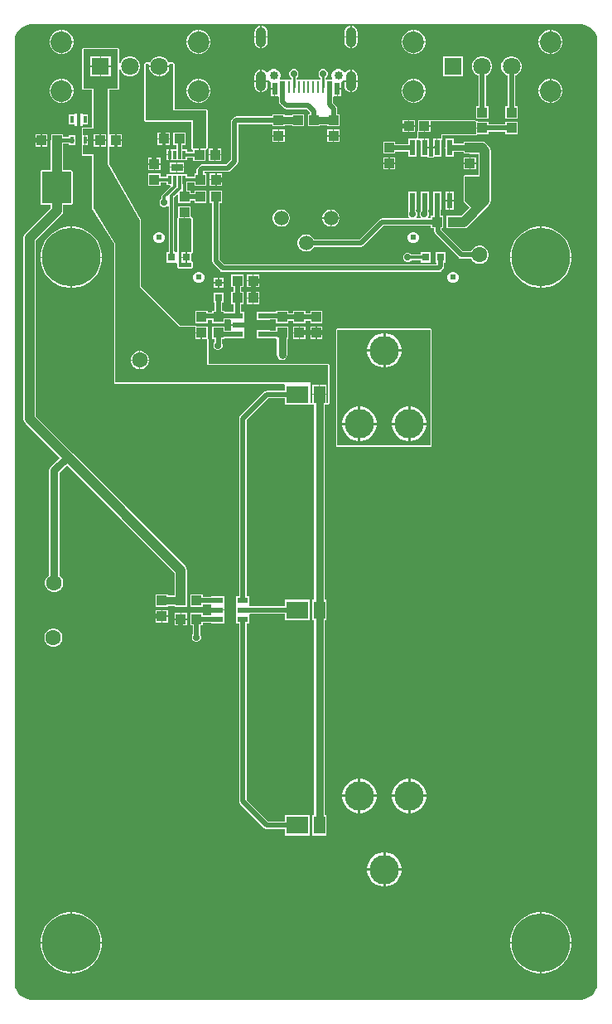
<source format=gtl>
G04*
G04 #@! TF.GenerationSoftware,Altium Limited,Altium Designer,22.2.1 (43)*
G04*
G04 Layer_Physical_Order=1*
G04 Layer_Color=255*
%FSLAX44Y44*%
%MOMM*%
G71*
G04*
G04 #@! TF.SameCoordinates,7C5D536F-F001-484F-B139-385EAFE792E0*
G04*
G04*
G04 #@! TF.FilePolarity,Positive*
G04*
G01*
G75*
%ADD10C,0.2540*%
%ADD11C,0.3000*%
%ADD13R,1.1000X0.6000*%
%ADD14R,0.6000X1.5500*%
%ADD15R,0.4000X0.7500*%
%ADD16R,0.3500X0.7500*%
%ADD17R,1.1938X0.7874*%
%ADD18R,0.3048X0.8636*%
%ADD19R,1.0000X1.0000*%
%ADD20R,1.0000X1.0000*%
%ADD21R,2.2500X1.8000*%
%ADD22R,1.1500X1.8000*%
%ADD23R,0.8000X0.8000*%
%ADD24R,0.2000X1.2500*%
%ADD25R,0.5000X1.2500*%
%ADD26R,0.8000X0.8000*%
%ADD51C,0.5000*%
%ADD52C,1.0000*%
%ADD53C,0.8000*%
%ADD54C,0.6000*%
%ADD55C,0.4000*%
%ADD56C,1.6000*%
%ADD57C,2.2000*%
%ADD58R,1.8000X1.8000*%
%ADD59C,1.8000*%
%ADD60C,1.5000*%
%ADD61C,6.0000*%
%ADD62C,0.6096*%
%ADD63C,3.0000*%
%ADD64O,1.0500X2.0500*%
%ADD65C,0.8500*%
%ADD66C,0.7000*%
G36*
X20000Y997961D02*
X18231D01*
X14761Y997271D01*
X11492Y995917D01*
X8551Y993951D01*
X6049Y991449D01*
X4083Y988508D01*
X2729Y985239D01*
X2039Y981769D01*
X2039Y980000D01*
X2039Y20000D01*
X2039Y18231D01*
X2729Y14761D01*
X4083Y11492D01*
X6049Y8551D01*
X8551Y6049D01*
X11492Y4083D01*
X14761Y2729D01*
X18231Y2039D01*
X581769D01*
X585239Y2729D01*
X588508Y4083D01*
X591449Y6049D01*
X593951Y8551D01*
X595917Y11492D01*
X597271Y14761D01*
X597961Y18231D01*
Y20000D01*
Y980000D01*
Y981769D01*
X597271Y985239D01*
X595917Y988508D01*
X593951Y991449D01*
X591450Y993951D01*
X588508Y995917D01*
X585239Y997271D01*
X581769Y997961D01*
X580000Y997961D01*
X20000Y997961D01*
D02*
G37*
%LPC*%
G36*
X253265Y996493D02*
Y985635D01*
X247324D01*
Y990000D01*
X247548Y991702D01*
X248205Y993288D01*
X249250Y994650D01*
X250612Y995695D01*
X252198Y996352D01*
X253265Y996493D01*
D02*
G37*
G36*
X345465D02*
Y985635D01*
X339524D01*
Y990000D01*
X339748Y991702D01*
X340405Y993288D01*
X341450Y994650D01*
X342812Y995695D01*
X344398Y996352D01*
X345465Y996493D01*
D02*
G37*
G36*
X254535D02*
X255602Y996352D01*
X257188Y995695D01*
X258550Y994650D01*
X259595Y993288D01*
X260252Y991702D01*
X260476Y990000D01*
Y985635D01*
X254535D01*
Y996493D01*
D02*
G37*
G36*
X346735D02*
X347802Y996352D01*
X349388Y995695D01*
X350750Y994650D01*
X351795Y993288D01*
X352452Y991702D01*
X352676Y990000D01*
Y985635D01*
X346735D01*
Y996493D01*
D02*
G37*
G36*
X48385Y992270D02*
X49365D01*
Y980635D01*
X37730D01*
Y981615D01*
X38566Y984736D01*
X40182Y987534D01*
X42466Y989818D01*
X45264Y991434D01*
X48385Y992270D01*
D02*
G37*
G36*
X50635D02*
X51615D01*
X54736Y991434D01*
X57534Y989818D01*
X59818Y987534D01*
X61434Y984736D01*
X62270Y981615D01*
Y980635D01*
X50635D01*
Y992270D01*
D02*
G37*
G36*
X408385D02*
X409365D01*
Y980635D01*
X397730D01*
Y981615D01*
X398566Y984736D01*
X400182Y987534D01*
X402466Y989818D01*
X405264Y991434D01*
X408385Y992270D01*
D02*
G37*
G36*
X410635D02*
X411615D01*
X414736Y991434D01*
X417534Y989818D01*
X419818Y987534D01*
X421434Y984736D01*
X422270Y981615D01*
Y980635D01*
X410635D01*
Y992270D01*
D02*
G37*
G36*
X188385D02*
X189365D01*
Y980635D01*
X177730D01*
Y981615D01*
X178566Y984736D01*
X180182Y987534D01*
X182466Y989818D01*
X185264Y991434D01*
X188385Y992270D01*
D02*
G37*
G36*
X548385D02*
X549365D01*
Y980635D01*
X537730D01*
Y981615D01*
X538566Y984736D01*
X540182Y987534D01*
X542466Y989818D01*
X545264Y991434D01*
X548385Y992270D01*
D02*
G37*
G36*
X190635D02*
X191615D01*
X194736Y991434D01*
X197534Y989818D01*
X199818Y987534D01*
X201434Y984736D01*
X202270Y981615D01*
Y980635D01*
X190635D01*
Y992270D01*
D02*
G37*
G36*
X550635D02*
X551615D01*
X554736Y991434D01*
X557534Y989818D01*
X559818Y987534D01*
X561434Y984736D01*
X562270Y981615D01*
Y980635D01*
X550635D01*
Y992270D01*
D02*
G37*
G36*
X254535Y984365D02*
X260476D01*
Y980000D01*
X260252Y978298D01*
X259595Y976712D01*
X258550Y975350D01*
X257188Y974305D01*
X255602Y973648D01*
X254535Y973507D01*
Y984365D01*
D02*
G37*
G36*
X346735D02*
X352676D01*
Y980000D01*
X352452Y978298D01*
X351795Y976712D01*
X350750Y975350D01*
X349388Y974305D01*
X347802Y973648D01*
X346735Y973507D01*
Y984365D01*
D02*
G37*
G36*
X247324D02*
X253265D01*
Y973507D01*
X252198Y973648D01*
X250612Y974305D01*
X249250Y975350D01*
X248205Y976712D01*
X247548Y978298D01*
X247324Y980000D01*
Y984365D01*
D02*
G37*
G36*
X339524D02*
X345465D01*
Y973507D01*
X344398Y973648D01*
X342812Y974305D01*
X341450Y975350D01*
X340405Y976712D01*
X339748Y978298D01*
X339524Y980000D01*
Y984365D01*
D02*
G37*
G36*
X37730Y979365D02*
X49365D01*
Y967730D01*
X48385D01*
X45264Y968566D01*
X42466Y970182D01*
X40182Y972466D01*
X38566Y975264D01*
X37730Y978385D01*
Y979365D01*
D02*
G37*
G36*
X50635D02*
X62270D01*
Y978385D01*
X61434Y975264D01*
X59818Y972466D01*
X57534Y970182D01*
X54736Y968566D01*
X51615Y967730D01*
X50635D01*
Y979365D01*
D02*
G37*
G36*
X177730Y979365D02*
X189365D01*
Y967730D01*
X188385D01*
X185264Y968566D01*
X182466Y970182D01*
X180182Y972466D01*
X178566Y975264D01*
X177730Y978385D01*
Y979365D01*
D02*
G37*
G36*
X190635D02*
X202270D01*
Y978385D01*
X201434Y975264D01*
X199818Y972466D01*
X197534Y970182D01*
X194736Y968566D01*
X191615Y967730D01*
X190635D01*
Y979365D01*
D02*
G37*
G36*
X397730Y979365D02*
X409365D01*
Y967730D01*
X408385D01*
X405264Y968566D01*
X402466Y970182D01*
X400182Y972466D01*
X398566Y975264D01*
X397730Y978385D01*
Y979365D01*
D02*
G37*
G36*
X410635D02*
X422270D01*
Y978385D01*
X421434Y975264D01*
X419818Y972466D01*
X417534Y970182D01*
X414736Y968566D01*
X411615Y967730D01*
X410635D01*
Y979365D01*
D02*
G37*
G36*
X537730Y979365D02*
X549365D01*
Y967730D01*
X548385D01*
X545264Y968566D01*
X542466Y970182D01*
X540182Y972466D01*
X538566Y975264D01*
X537730Y978385D01*
Y979365D01*
D02*
G37*
G36*
X550635D02*
X562270D01*
Y978385D01*
X561434Y975264D01*
X559818Y972466D01*
X557534Y970182D01*
X554736Y968566D01*
X551615Y967730D01*
X550635D01*
Y979365D01*
D02*
G37*
G36*
X148648Y965270D02*
X151352D01*
X153964Y964570D01*
X156306Y963218D01*
X158218Y961306D01*
X159293Y959444D01*
X159334Y959382D01*
X159460Y959218D01*
X160602Y958881D01*
X160826Y958863D01*
X160918Y958838D01*
X161005Y958875D01*
X164000D01*
X164972Y958472D01*
X165375Y957500D01*
Y911375D01*
X198000D01*
X198972Y910972D01*
X199375Y910000D01*
Y871938D01*
X199207Y871533D01*
X199097Y871110D01*
X198367Y870142D01*
X198281Y870091D01*
X198242Y869998D01*
X197838Y869830D01*
X197461Y869609D01*
X197270Y868397D01*
Y858430D01*
X184730D01*
Y861876D01*
X178294D01*
Y859112D01*
X161135D01*
Y864700D01*
Y870288D01*
X167716D01*
Y874730D01*
X164270D01*
Y887270D01*
X176810D01*
Y874730D01*
X173364D01*
Y870288D01*
X178294D01*
Y867524D01*
X183888D01*
X184448Y868437D01*
X184201Y869642D01*
X184121Y869847D01*
X183758Y869998D01*
X183720Y870091D01*
X183633Y870142D01*
X182903Y871110D01*
X182793Y871533D01*
X182625Y871938D01*
Y898625D01*
X136000D01*
X135028Y899028D01*
X134625Y900000D01*
Y957500D01*
X135028Y958472D01*
X136000Y958875D01*
X138995D01*
X139082Y958838D01*
X139174Y958863D01*
X140339Y958957D01*
X140688Y959410D01*
X141782Y961306D01*
X143694Y963218D01*
X146036Y964570D01*
X148648Y965270D01*
D02*
G37*
G36*
X72500Y973875D02*
X107500D01*
X108472Y973472D01*
X108875Y972500D01*
Y958067D01*
X110145Y957899D01*
X110430Y958964D01*
X111782Y961306D01*
X113694Y963218D01*
X116036Y964570D01*
X118648Y965270D01*
X121352D01*
X123964Y964570D01*
X126306Y963218D01*
X128218Y961306D01*
X129570Y958964D01*
X130270Y956352D01*
Y953648D01*
X129570Y951036D01*
X128218Y948694D01*
X126306Y946782D01*
X123964Y945430D01*
X121352Y944730D01*
X118648D01*
X116036Y945430D01*
X113694Y946782D01*
X111782Y948694D01*
X110430Y951036D01*
X110145Y952101D01*
X108875Y951933D01*
Y932500D01*
X108472Y931528D01*
X107500Y931125D01*
X98875D01*
Y886893D01*
X99230Y885770D01*
X100145Y885770D01*
X104865D01*
Y879500D01*
Y873230D01*
X99230Y873230D01*
X98875Y872107D01*
Y855362D01*
X131196Y798325D01*
X131239Y797974D01*
X131375Y797647D01*
X131375Y742692D01*
Y730559D01*
X170579Y690375D01*
X186730D01*
X187702Y689972D01*
X187993Y689270D01*
X199270D01*
Y677993D01*
X199972Y677702D01*
X200375Y676730D01*
Y651375D01*
X322500D01*
X323472Y650972D01*
X323875Y650000D01*
Y611000D01*
X323472Y610028D01*
X322500Y609625D01*
X320720D01*
X320467Y609730D01*
X319073D01*
Y410270D01*
X320720D01*
Y389730D01*
X319073D01*
Y190270D01*
X320720D01*
Y169730D01*
X306680D01*
Y190270D01*
X308327D01*
Y389730D01*
X306680D01*
Y410270D01*
X308327D01*
Y609730D01*
X306933D01*
X306680Y609625D01*
X305047D01*
X305000Y609625D01*
X303820Y609730D01*
X303820Y609730D01*
X278780D01*
Y616156D01*
X261592D01*
X239344Y593908D01*
Y413770D01*
X242270D01*
Y405540D01*
X242270Y405230D01*
Y404270D01*
X242696Y403844D01*
X278780D01*
Y410270D01*
X303820D01*
Y389730D01*
X278780D01*
Y396156D01*
X242696D01*
X242270Y395730D01*
Y394770D01*
X242270Y394460D01*
Y386230D01*
X239344D01*
Y206092D01*
X261592Y183844D01*
X278780D01*
Y190270D01*
X303820D01*
Y169730D01*
X278780D01*
Y176156D01*
X260000D01*
X260000Y176156D01*
X258529Y176449D01*
X257282Y177282D01*
X232782Y201782D01*
X232782Y201782D01*
X231949Y203029D01*
X231656Y204500D01*
X231656Y204500D01*
Y386230D01*
X228730D01*
Y394460D01*
X228730Y394770D01*
Y395730D01*
X228730Y396040D01*
Y403960D01*
X228730Y404270D01*
Y405230D01*
X228730Y405540D01*
Y413770D01*
X231656D01*
Y595500D01*
X231656Y595500D01*
X231949Y596971D01*
X232782Y598218D01*
X232782Y598218D01*
X257282Y622718D01*
X258529Y623551D01*
X260000Y623844D01*
X260000Y623844D01*
X278780D01*
Y630270D01*
X277864Y631125D01*
X105000D01*
X104028Y631528D01*
X103625Y632500D01*
Y773606D01*
X81334Y809271D01*
X81271Y809648D01*
X81125Y810000D01*
Y863625D01*
X72167D01*
X71194Y864028D01*
X70792Y865000D01*
Y874480D01*
X70730D01*
Y884520D01*
X70792D01*
Y891364D01*
X71194Y892336D01*
X72167Y892738D01*
X81125D01*
Y931125D01*
X72500D01*
X71528Y931528D01*
X71125Y932500D01*
Y972500D01*
X71528Y973472D01*
X72500Y973875D01*
D02*
G37*
G36*
X439730Y965270D02*
X460270D01*
Y944730D01*
X439730D01*
Y965270D01*
D02*
G37*
G36*
X266106Y952390D02*
X267894D01*
X269621Y951927D01*
X271169Y951033D01*
X272433Y949769D01*
X273327Y948221D01*
X273790Y946494D01*
Y944706D01*
X273327Y942979D01*
X273074Y942540D01*
X273807Y941270D01*
X278960D01*
X279770Y941270D01*
X281040Y941270D01*
X284770Y941270D01*
X284910Y942482D01*
Y943410D01*
X284798Y943456D01*
X283456Y944798D01*
X282730Y946551D01*
Y948449D01*
X283456Y950202D01*
X284798Y951544D01*
X286551Y952270D01*
X288449D01*
X290202Y951544D01*
X291544Y950202D01*
X292270Y948449D01*
Y946551D01*
X291544Y944798D01*
X290202Y943456D01*
X290090Y943410D01*
Y942482D01*
X290230Y941270D01*
X291360Y941270D01*
X294770Y941270D01*
X296040Y941270D01*
X299770Y941270D01*
X301040Y941270D01*
X304770Y941270D01*
X306040Y941270D01*
X309770Y941270D01*
X311040Y941270D01*
X314770Y941270D01*
X314910Y942482D01*
Y943410D01*
X314798Y943456D01*
X313456Y944798D01*
X312730Y946551D01*
Y948449D01*
X313456Y950202D01*
X314798Y951544D01*
X316551Y952270D01*
X318449D01*
X320202Y951544D01*
X321544Y950202D01*
X322270Y948449D01*
Y946551D01*
X321544Y944798D01*
X320202Y943456D01*
X320090Y943410D01*
Y942482D01*
X320230Y941270D01*
X321360Y941270D01*
X326193D01*
X326926Y942540D01*
X326673Y942979D01*
X326210Y944706D01*
Y946494D01*
X326673Y948221D01*
X327567Y949769D01*
X328831Y951033D01*
X330379Y951927D01*
X332106Y952390D01*
X333894D01*
X335621Y951927D01*
X337169Y951033D01*
X338433Y949769D01*
X339138Y948549D01*
X339859Y948400D01*
X340117Y948399D01*
X340567Y948500D01*
X341450Y949650D01*
X342812Y950695D01*
X344398Y951352D01*
X345465Y951493D01*
Y940635D01*
X339524D01*
Y940788D01*
X338988Y941104D01*
X338254Y941251D01*
X337169Y940167D01*
X335770Y939359D01*
Y932635D01*
X332000D01*
Y932000D01*
X331365D01*
Y924480D01*
X328230D01*
X327844Y923370D01*
Y917592D01*
X330718Y914718D01*
X331551Y913471D01*
X331844Y912000D01*
X331844Y912000D01*
Y906270D01*
X334270D01*
Y893730D01*
X321730D01*
Y894627D01*
X314270D01*
Y893730D01*
X301730D01*
Y906270D01*
X304085D01*
Y907979D01*
X300908Y911156D01*
X280000D01*
X280000Y911156D01*
X278529Y911449D01*
X277282Y912282D01*
X273282Y916282D01*
X273282Y916282D01*
X272449Y917529D01*
X272156Y919000D01*
X272156Y919000D01*
Y923370D01*
X271770Y924480D01*
X268635D01*
Y932000D01*
X268000D01*
Y932635D01*
X264230D01*
Y939359D01*
X262831Y940167D01*
X261746Y941251D01*
X261012Y941104D01*
X260476Y940788D01*
Y940635D01*
X254535D01*
Y951493D01*
X255602Y951352D01*
X257188Y950695D01*
X258550Y949650D01*
X259433Y948500D01*
X259883Y948399D01*
X260141Y948400D01*
X260862Y948549D01*
X261567Y949769D01*
X262831Y951033D01*
X264379Y951927D01*
X266106Y952390D01*
D02*
G37*
G36*
X253265Y951493D02*
Y940635D01*
X247324D01*
Y945000D01*
X247548Y946702D01*
X248205Y948288D01*
X249250Y949650D01*
X250612Y950695D01*
X252198Y951352D01*
X253265Y951493D01*
D02*
G37*
G36*
X346735D02*
X347802Y951352D01*
X349388Y950695D01*
X350750Y949650D01*
X351795Y948288D01*
X352452Y946702D01*
X352676Y945000D01*
Y940635D01*
X346735D01*
Y951493D01*
D02*
G37*
G36*
X48385Y942270D02*
X49365D01*
Y930635D01*
X37730D01*
Y931615D01*
X38566Y934736D01*
X40182Y937534D01*
X42466Y939818D01*
X45264Y941434D01*
X48385Y942270D01*
D02*
G37*
G36*
X50635D02*
X51615D01*
X54736Y941434D01*
X57534Y939818D01*
X59818Y937534D01*
X61434Y934736D01*
X62270Y931615D01*
Y930635D01*
X50635D01*
Y942270D01*
D02*
G37*
G36*
X408385D02*
X409365D01*
Y930635D01*
X397730D01*
Y931615D01*
X398566Y934736D01*
X400182Y937534D01*
X402466Y939818D01*
X405264Y941434D01*
X408385Y942270D01*
D02*
G37*
G36*
X410635D02*
X411615D01*
X414736Y941434D01*
X417534Y939818D01*
X419818Y937534D01*
X421434Y934736D01*
X422270Y931615D01*
Y930635D01*
X410635D01*
Y942270D01*
D02*
G37*
G36*
X188385D02*
X189365D01*
Y930635D01*
X177730D01*
Y931615D01*
X178566Y934736D01*
X180182Y937534D01*
X182466Y939818D01*
X185264Y941434D01*
X188385Y942270D01*
D02*
G37*
G36*
X548385D02*
X549365D01*
Y930635D01*
X537730D01*
Y931615D01*
X538566Y934736D01*
X540182Y937534D01*
X542466Y939818D01*
X545264Y941434D01*
X548385Y942270D01*
D02*
G37*
G36*
X190635D02*
X191615D01*
X194736Y941434D01*
X197534Y939818D01*
X199818Y937534D01*
X201434Y934736D01*
X202270Y931615D01*
Y930635D01*
X190635D01*
Y942270D01*
D02*
G37*
G36*
X550635D02*
X551615D01*
X554736Y941434D01*
X557534Y939818D01*
X559818Y937534D01*
X561434Y934736D01*
X562270Y931615D01*
Y930635D01*
X550635D01*
Y942270D01*
D02*
G37*
G36*
X247324Y939365D02*
X253265D01*
Y928507D01*
X252198Y928648D01*
X250612Y929305D01*
X249250Y930350D01*
X248205Y931712D01*
X247548Y933298D01*
X247324Y935000D01*
Y939365D01*
D02*
G37*
G36*
X339524D02*
X345465D01*
Y928507D01*
X344398Y928648D01*
X342812Y929305D01*
X341450Y930350D01*
X340405Y931712D01*
X339748Y933298D01*
X339524Y935000D01*
Y939365D01*
D02*
G37*
G36*
X254535D02*
X260476D01*
Y935000D01*
X260252Y933298D01*
X259595Y931712D01*
X258550Y930350D01*
X257188Y929305D01*
X255602Y928648D01*
X254535Y928507D01*
Y939365D01*
D02*
G37*
G36*
X346735D02*
X352676D01*
Y935000D01*
X352452Y933298D01*
X351795Y931712D01*
X350750Y930350D01*
X349388Y929305D01*
X347802Y928648D01*
X346735Y928507D01*
Y939365D01*
D02*
G37*
G36*
X264230Y931365D02*
X267365D01*
Y924480D01*
X264230D01*
Y931365D01*
D02*
G37*
G36*
X332635D02*
X335770D01*
Y924480D01*
X332635D01*
Y931365D01*
D02*
G37*
G36*
X37730Y929365D02*
X49365D01*
Y917730D01*
X48385D01*
X45264Y918566D01*
X42466Y920182D01*
X40182Y922466D01*
X38566Y925264D01*
X37730Y928385D01*
Y929365D01*
D02*
G37*
G36*
X50635D02*
X62270D01*
Y928385D01*
X61434Y925264D01*
X59818Y922466D01*
X57534Y920182D01*
X54736Y918566D01*
X51615Y917730D01*
X50635D01*
Y929365D01*
D02*
G37*
G36*
X177730Y929365D02*
X189365D01*
Y917730D01*
X188385D01*
X185264Y918566D01*
X182466Y920182D01*
X180182Y922466D01*
X178566Y925264D01*
X177730Y928385D01*
Y929365D01*
D02*
G37*
G36*
X190635D02*
X202270D01*
Y928385D01*
X201434Y925264D01*
X199818Y922466D01*
X197534Y920182D01*
X194736Y918566D01*
X191615Y917730D01*
X190635D01*
Y929365D01*
D02*
G37*
G36*
X397730Y929365D02*
X409365D01*
Y917730D01*
X408385D01*
X405264Y918566D01*
X402466Y920182D01*
X400182Y922466D01*
X398566Y925264D01*
X397730Y928385D01*
Y929365D01*
D02*
G37*
G36*
X410635D02*
X422270D01*
Y928385D01*
X421434Y925264D01*
X419818Y922466D01*
X417534Y920182D01*
X414736Y918566D01*
X411615Y917730D01*
X410635D01*
Y929365D01*
D02*
G37*
G36*
X537730Y929365D02*
X549365D01*
Y917730D01*
X548385D01*
X545264Y918566D01*
X542466Y920182D01*
X540182Y922466D01*
X538566Y925264D01*
X537730Y928385D01*
Y929365D01*
D02*
G37*
G36*
X550635D02*
X562270D01*
Y928385D01*
X561434Y925264D01*
X559818Y922466D01*
X557534Y920182D01*
X554736Y918566D01*
X551615Y917730D01*
X550635D01*
Y929365D01*
D02*
G37*
G36*
X265730Y906270D02*
X278270D01*
Y905373D01*
X285730D01*
Y906270D01*
X298270D01*
Y893730D01*
X285730D01*
Y894627D01*
X278270D01*
Y893730D01*
X265730D01*
Y896156D01*
X230844D01*
Y858000D01*
X230844Y858000D01*
X230551Y856529D01*
X229718Y855282D01*
X222718Y848282D01*
X222718Y848282D01*
X221471Y847449D01*
X220000Y847156D01*
X220000Y847156D01*
X195844D01*
Y845570D01*
X198270D01*
Y833030D01*
X185730D01*
Y836476D01*
X178444D01*
Y828270D01*
X181890D01*
Y825844D01*
X185730D01*
Y828270D01*
X198270D01*
Y815730D01*
X185730D01*
Y818156D01*
X181890D01*
Y815730D01*
X169350D01*
Y823994D01*
X168177Y824480D01*
X165324Y821628D01*
Y766168D01*
X166222Y765270D01*
X167770Y765270D01*
X168625Y766186D01*
Y799730D01*
X169028Y800702D01*
X169350Y800835D01*
Y812270D01*
X181890D01*
Y802213D01*
X182342Y801028D01*
X183452Y800642D01*
X183684Y800435D01*
X183972Y800316D01*
X184062Y800099D01*
X184237Y799942D01*
X184256Y799631D01*
X184375Y799344D01*
Y766445D01*
X184322Y766317D01*
X184349Y766181D01*
X184119Y765006D01*
X183896Y764670D01*
X183742Y764298D01*
X183614Y764245D01*
X183537Y764129D01*
X183142Y764050D01*
X182770Y763895D01*
Y756105D01*
X183142Y755950D01*
X183537Y755871D01*
X183614Y755755D01*
X183742Y755702D01*
X183896Y755330D01*
X184119Y754994D01*
X184349Y753819D01*
X184322Y753683D01*
X184375Y753555D01*
Y750000D01*
X183972Y749028D01*
X183000Y748625D01*
X170000D01*
X169028Y749028D01*
X168625Y750000D01*
Y753814D01*
X167770Y754730D01*
X167355Y754730D01*
X157230D01*
Y765270D01*
X159676D01*
Y812134D01*
X158406Y812660D01*
X157702Y811956D01*
X155949Y811230D01*
X154051D01*
X152298Y811956D01*
X150956Y813298D01*
X150230Y815051D01*
Y816949D01*
X150956Y818702D01*
X152176Y819921D01*
Y822000D01*
X152176Y822000D01*
X152391Y823081D01*
X153003Y823997D01*
X153003Y823997D01*
X161448Y832442D01*
X160922Y833712D01*
X157706D01*
Y836476D01*
X151270D01*
Y833030D01*
X138730D01*
Y845570D01*
X151270D01*
Y842124D01*
X157706D01*
Y844888D01*
X178294D01*
Y842124D01*
X185730D01*
Y845570D01*
X188156D01*
Y849242D01*
X188156Y849243D01*
X188449Y850714D01*
X189282Y851961D01*
X189282Y851961D01*
X191039Y853718D01*
X192286Y854551D01*
X193757Y854844D01*
X193757Y854844D01*
X218408D01*
X223156Y859592D01*
Y898242D01*
X223156Y898243D01*
X223449Y899714D01*
X224282Y900961D01*
X224282Y900961D01*
X226039Y902718D01*
X227286Y903551D01*
X228757Y903844D01*
X228757Y903844D01*
X265730D01*
Y906270D01*
D02*
G37*
G36*
X478648Y965270D02*
X481352D01*
X483964Y964570D01*
X486306Y963218D01*
X488218Y961306D01*
X489570Y958964D01*
X490270Y956352D01*
Y953648D01*
X489570Y951036D01*
X488218Y948694D01*
X486306Y946782D01*
X483964Y945430D01*
X483844Y945398D01*
Y914270D01*
X486270D01*
Y901730D01*
X473730D01*
Y914270D01*
X476156D01*
Y945398D01*
X476036Y945430D01*
X473694Y946782D01*
X471782Y948694D01*
X470430Y951036D01*
X469730Y953648D01*
Y956352D01*
X470430Y958964D01*
X471782Y961306D01*
X473694Y963218D01*
X476036Y964570D01*
X478648Y965270D01*
D02*
G37*
G36*
X508648D02*
X511352D01*
X513964Y964570D01*
X516306Y963218D01*
X518218Y961306D01*
X519570Y958964D01*
X520270Y956352D01*
Y953648D01*
X519570Y951036D01*
X518218Y948694D01*
X516306Y946782D01*
X513964Y945430D01*
X513844Y945398D01*
Y914270D01*
X516270D01*
Y901730D01*
X503730D01*
Y914270D01*
X506156D01*
Y945398D01*
X506036Y945430D01*
X503694Y946782D01*
X501782Y948694D01*
X500430Y951036D01*
X499730Y953648D01*
Y956352D01*
X500430Y958964D01*
X501782Y961306D01*
X503694Y963218D01*
X506036Y964570D01*
X508648Y965270D01*
D02*
G37*
G36*
X427270Y900375D02*
X472032Y900375D01*
X472293Y900267D01*
X472575Y900263D01*
X474273Y899533D01*
X474458Y899343D01*
X474702Y899242D01*
X474810Y898981D01*
X475007Y898779D01*
X476176Y898270D01*
X486270D01*
Y895844D01*
X503730D01*
Y898270D01*
X516270D01*
Y885730D01*
X503730D01*
Y888156D01*
X486270D01*
Y885730D01*
X474993D01*
X474702Y885028D01*
X473730Y884625D01*
X439375D01*
Y881020D01*
X438972Y880048D01*
X438120Y879695D01*
Y862980D01*
X430946D01*
X430552Y862028D01*
X429580Y861625D01*
X425420D01*
X424448Y862028D01*
X424054Y862980D01*
X416880D01*
Y878442D01*
X416671Y879661D01*
X415022Y879915D01*
X414791Y879951D01*
X414274Y880236D01*
X414028Y880338D01*
X413930Y880425D01*
X412738Y880115D01*
X412720Y879873D01*
X412720Y879871D01*
X412720Y879793D01*
Y862980D01*
X404180D01*
Y868156D01*
X391270D01*
Y865730D01*
X378730D01*
Y878270D01*
X391270D01*
Y875844D01*
X404180D01*
Y881020D01*
X412452Y881020D01*
X412811Y881109D01*
X413285Y881570D01*
X413625Y882793D01*
Y887730D01*
X414028Y888702D01*
X414730Y888993D01*
Y900270D01*
X427017D01*
X427270Y900375D01*
D02*
G37*
G36*
X398730Y900270D02*
X404365D01*
Y894635D01*
X398730D01*
Y900270D01*
D02*
G37*
G36*
X405635D02*
X411270D01*
Y894635D01*
X405635D01*
Y900270D01*
D02*
G37*
G36*
X63210Y906790D02*
X65500D01*
Y900500D01*
Y894210D01*
X63210D01*
Y895480D01*
X57730D01*
Y905520D01*
X63210D01*
Y906790D01*
D02*
G37*
G36*
X69500D02*
X71790D01*
Y905520D01*
X77270D01*
Y895480D01*
X71790D01*
Y894210D01*
X69500D01*
Y900500D01*
Y906790D01*
D02*
G37*
G36*
X398730Y893365D02*
X404365D01*
Y887730D01*
X398730D01*
Y893365D01*
D02*
G37*
G36*
X405635D02*
X411270D01*
Y887730D01*
X405635D01*
Y893365D01*
D02*
G37*
G36*
X265730Y890270D02*
X271365D01*
Y884635D01*
X265730D01*
Y890270D01*
D02*
G37*
G36*
X321730D02*
X327365D01*
Y884635D01*
X321730D01*
Y890270D01*
D02*
G37*
G36*
X272635D02*
X278270D01*
Y884635D01*
X272635D01*
Y890270D01*
D02*
G37*
G36*
X328635D02*
X334270D01*
Y884635D01*
X328635D01*
Y890270D01*
D02*
G37*
G36*
X45500Y885893D02*
X46118Y885770D01*
X51770D01*
Y882834D01*
X57730D01*
Y884520D01*
X64270D01*
Y879822D01*
X64334Y879500D01*
X64270Y879178D01*
Y874480D01*
X57730D01*
Y876166D01*
X51893D01*
Y848875D01*
X60000D01*
X60972Y848472D01*
X61375Y847500D01*
Y815000D01*
X60972Y814028D01*
X60000Y813625D01*
X51893D01*
Y808000D01*
X51406Y805554D01*
X50020Y803480D01*
X23893Y777352D01*
Y597648D01*
X60770Y560770D01*
X176520Y445020D01*
X177906Y442946D01*
X178393Y440500D01*
Y409500D01*
X178270Y408882D01*
Y403230D01*
X172618D01*
X172000Y403107D01*
X171383Y403230D01*
X165730D01*
Y404127D01*
X158770D01*
Y403230D01*
X146230D01*
Y415770D01*
X158770D01*
Y414873D01*
X165607D01*
Y437852D01*
X55529Y547930D01*
X47873Y540274D01*
Y435102D01*
X48192Y434918D01*
X49918Y433192D01*
X51138Y431078D01*
X51770Y428720D01*
Y426280D01*
X51138Y423922D01*
X49918Y421808D01*
X48192Y420082D01*
X46078Y418862D01*
X43720Y418230D01*
X41280D01*
X38922Y418862D01*
X36808Y420082D01*
X35082Y421808D01*
X33862Y423922D01*
X33230Y426280D01*
Y428720D01*
X33862Y431078D01*
X35082Y433192D01*
X36808Y434918D01*
X37127Y435102D01*
Y542500D01*
X37536Y544556D01*
X38701Y546300D01*
X47930Y555529D01*
X12980Y590480D01*
X11594Y592554D01*
X11107Y595000D01*
Y780000D01*
X11594Y782446D01*
X12980Y784520D01*
X39107Y810648D01*
Y813625D01*
X30000D01*
X29028Y814028D01*
X28625Y815000D01*
Y847500D01*
X29028Y848472D01*
X30000Y848875D01*
X39107D01*
Y879500D01*
X39230Y880117D01*
Y885770D01*
X44882D01*
X45500Y885893D01*
D02*
G37*
G36*
X148270Y887270D02*
X153905D01*
Y881635D01*
X148270D01*
Y887270D01*
D02*
G37*
G36*
X155175D02*
X160810D01*
Y881635D01*
X155175D01*
Y887270D01*
D02*
G37*
G36*
X23230Y885770D02*
X28865D01*
Y880135D01*
X23230D01*
Y885770D01*
D02*
G37*
G36*
X106135D02*
X111770D01*
Y880135D01*
X106135D01*
Y885770D01*
D02*
G37*
G36*
X30135D02*
X35770D01*
Y880135D01*
X30135D01*
Y885770D01*
D02*
G37*
G36*
X265730Y883365D02*
X271365D01*
Y877730D01*
X265730D01*
Y883365D01*
D02*
G37*
G36*
X272635D02*
X278270D01*
Y877730D01*
X272635D01*
Y883365D01*
D02*
G37*
G36*
X321730D02*
X327365D01*
Y877730D01*
X321730D01*
Y883365D01*
D02*
G37*
G36*
X328635D02*
X334270D01*
Y877730D01*
X328635D01*
Y883365D01*
D02*
G37*
G36*
X442280Y881020D02*
X450820D01*
Y876354D01*
X461230D01*
Y878270D01*
X466883D01*
X467500Y878393D01*
X479571D01*
X482018Y877906D01*
X484091Y876520D01*
X487020Y873592D01*
X488406Y871517D01*
X488893Y869071D01*
Y837500D01*
Y817500D01*
X488406Y815054D01*
X487020Y812980D01*
X465521Y791480D01*
X463447Y790094D01*
X461000Y789607D01*
X450000D01*
X449383Y789730D01*
X443730D01*
Y795383D01*
X443607Y796000D01*
X443730Y796618D01*
Y802270D01*
X449383D01*
X450000Y802393D01*
X458352D01*
X467008Y811048D01*
X461528Y816528D01*
X461125Y817500D01*
X461125Y817500D01*
Y842500D01*
X461528Y843472D01*
X462500Y843875D01*
X476107D01*
Y865607D01*
X467500D01*
X466883Y865730D01*
X461230D01*
Y867646D01*
X450820D01*
Y862980D01*
X442280D01*
Y871580D01*
X442196Y872000D01*
X442280Y872421D01*
Y881020D01*
D02*
G37*
G36*
X148270Y880365D02*
X153905D01*
Y874730D01*
X148270D01*
Y880365D01*
D02*
G37*
G36*
X155175D02*
X160810D01*
Y874730D01*
X155175D01*
Y880365D01*
D02*
G37*
G36*
X23230Y878865D02*
X28865D01*
Y873230D01*
X23230D01*
Y878865D01*
D02*
G37*
G36*
X30135D02*
X35770D01*
Y873230D01*
X30135D01*
Y878865D01*
D02*
G37*
G36*
X106135D02*
X111770D01*
Y873230D01*
X106135D01*
Y878865D01*
D02*
G37*
G36*
X157706Y870288D02*
X159865D01*
Y865335D01*
X157706D01*
Y870288D01*
D02*
G37*
G36*
X200730Y870970D02*
X206365D01*
Y865335D01*
X200730D01*
Y870970D01*
D02*
G37*
G36*
X207635D02*
X213270D01*
Y865335D01*
X207635D01*
Y870970D01*
D02*
G37*
G36*
X157706Y864065D02*
X159865D01*
Y859112D01*
X157706D01*
Y864065D01*
D02*
G37*
G36*
X200730Y864065D02*
X206365D01*
Y858430D01*
X200730D01*
Y864065D01*
D02*
G37*
G36*
X207635D02*
X213270D01*
Y858430D01*
X207635D01*
Y864065D01*
D02*
G37*
G36*
X378730Y862270D02*
X384365D01*
Y856635D01*
X378730D01*
Y862270D01*
D02*
G37*
G36*
X461230D02*
X466865D01*
Y856635D01*
X461230D01*
Y862270D01*
D02*
G37*
G36*
X385635D02*
X391270D01*
Y856635D01*
X385635D01*
Y862270D01*
D02*
G37*
G36*
X468135D02*
X473770D01*
Y856635D01*
X468135D01*
Y862270D01*
D02*
G37*
G36*
X138730Y861570D02*
X144365D01*
Y855935D01*
X138730D01*
Y861570D01*
D02*
G37*
G36*
X145635D02*
X151270D01*
Y855935D01*
X145635D01*
Y861570D01*
D02*
G37*
G36*
X160761Y857207D02*
X167365D01*
Y852635D01*
X160761D01*
Y857207D01*
D02*
G37*
G36*
X168635D02*
X175239D01*
Y852635D01*
X168635D01*
Y857207D01*
D02*
G37*
G36*
X378730Y855365D02*
X384365D01*
Y849730D01*
X378730D01*
Y855365D01*
D02*
G37*
G36*
X385635D02*
X391270D01*
Y849730D01*
X385635D01*
Y855365D01*
D02*
G37*
G36*
X461230D02*
X466865D01*
Y849730D01*
X461230D01*
Y855365D01*
D02*
G37*
G36*
X468135D02*
X473770D01*
Y849730D01*
X468135D01*
Y855365D01*
D02*
G37*
G36*
X138730Y854665D02*
X144365D01*
Y849030D01*
X138730D01*
Y854665D01*
D02*
G37*
G36*
X145635D02*
X151270D01*
Y849030D01*
X145635D01*
Y854665D01*
D02*
G37*
G36*
X160761Y851365D02*
X167365D01*
Y846793D01*
X160761D01*
Y851365D01*
D02*
G37*
G36*
X168635D02*
X175239D01*
Y846793D01*
X168635D01*
Y851365D01*
D02*
G37*
G36*
X201730Y845570D02*
X207365D01*
Y839935D01*
X201730D01*
Y845570D01*
D02*
G37*
G36*
X208635D02*
X214270D01*
Y839935D01*
X208635D01*
Y845570D01*
D02*
G37*
G36*
X201730Y838665D02*
X207365D01*
Y833030D01*
X201730D01*
Y838665D01*
D02*
G37*
G36*
X208635D02*
X214270D01*
Y833030D01*
X208635D01*
Y838665D01*
D02*
G37*
G36*
X442280Y827020D02*
X445915D01*
Y818635D01*
X442280D01*
Y827020D01*
D02*
G37*
G36*
X447185D02*
X450820D01*
Y818635D01*
X447185D01*
Y827020D01*
D02*
G37*
G36*
X442280Y817365D02*
X445915D01*
Y808980D01*
X442280D01*
Y817365D01*
D02*
G37*
G36*
X447185D02*
X450820D01*
Y808980D01*
X447185D01*
Y817365D01*
D02*
G37*
G36*
X324245Y808770D02*
X324765D01*
Y800635D01*
X316630D01*
Y801155D01*
X317228Y803385D01*
X318382Y805385D01*
X320015Y807018D01*
X322015Y808172D01*
X324245Y808770D01*
D02*
G37*
G36*
X326035D02*
X326555D01*
X328785Y808172D01*
X330785Y807018D01*
X332418Y805385D01*
X333572Y803385D01*
X334170Y801155D01*
Y800635D01*
X326035D01*
Y808770D01*
D02*
G37*
G36*
X404180Y827020D02*
X412720D01*
Y808980D01*
X412569D01*
Y807177D01*
X413044Y806702D01*
X413770Y804949D01*
Y803051D01*
X413044Y801298D01*
X412860Y801114D01*
X413386Y799844D01*
X416614D01*
X417140Y801114D01*
X416956Y801298D01*
X416230Y803051D01*
Y804949D01*
X416956Y806702D01*
X417231Y806977D01*
Y808980D01*
X416880D01*
Y827020D01*
X425420D01*
Y808980D01*
X424919D01*
Y806827D01*
X425044Y806702D01*
X425770Y804949D01*
Y803051D01*
X425044Y801298D01*
X424860Y801114D01*
X425386Y799844D01*
X427730D01*
Y802270D01*
X430081D01*
Y808980D01*
X429580D01*
Y827020D01*
X438120D01*
Y808980D01*
X437769D01*
Y802270D01*
X440270D01*
Y789730D01*
X438643D01*
Y788021D01*
X460320Y766344D01*
X469015D01*
X470082Y768192D01*
X471808Y769918D01*
X473922Y771138D01*
X476280Y771770D01*
X478720D01*
X481078Y771138D01*
X483192Y769918D01*
X484918Y768192D01*
X486138Y766078D01*
X486770Y763720D01*
Y761280D01*
X486138Y758922D01*
X484918Y756808D01*
X483192Y755082D01*
X481078Y753862D01*
X478720Y753230D01*
X476280D01*
X473922Y753862D01*
X471808Y755082D01*
X470082Y756808D01*
X469015Y758656D01*
X458728D01*
X458728Y758656D01*
X457257Y758949D01*
X456010Y759782D01*
X432081Y783711D01*
X432081Y783711D01*
X431248Y784958D01*
X430955Y786429D01*
Y789730D01*
X427730D01*
Y792156D01*
X379395D01*
X359121Y771882D01*
X359121Y771882D01*
X357874Y771049D01*
X356403Y770756D01*
X307908D01*
X307018Y769215D01*
X305385Y767582D01*
X303385Y766428D01*
X301155Y765830D01*
X298845D01*
X296615Y766428D01*
X294615Y767582D01*
X292982Y769215D01*
X291828Y771215D01*
X291230Y773445D01*
Y775755D01*
X291828Y777985D01*
X292982Y779985D01*
X294615Y781618D01*
X296615Y782772D01*
X298845Y783370D01*
X301155D01*
X303385Y782772D01*
X305385Y781618D01*
X307018Y779985D01*
X307908Y778444D01*
X354811D01*
X375085Y798718D01*
X376332Y799551D01*
X377803Y799844D01*
X377803Y799844D01*
X404614D01*
X405140Y801114D01*
X404956Y801298D01*
X404230Y803051D01*
Y804949D01*
X404881Y806521D01*
Y808980D01*
X404180D01*
Y827020D01*
D02*
G37*
G36*
X273445Y808770D02*
X275755D01*
X277985Y808172D01*
X279985Y807018D01*
X281618Y805385D01*
X282772Y803385D01*
X283370Y801155D01*
Y798845D01*
X282772Y796615D01*
X281618Y794615D01*
X279985Y792982D01*
X277985Y791828D01*
X275755Y791230D01*
X273445D01*
X271215Y791828D01*
X269215Y792982D01*
X267582Y794615D01*
X266428Y796615D01*
X265830Y798845D01*
Y801155D01*
X266428Y803385D01*
X267582Y805385D01*
X269215Y807018D01*
X271215Y808172D01*
X273445Y808770D01*
D02*
G37*
G36*
X316630Y799365D02*
X324765D01*
Y791230D01*
X324245D01*
X322015Y791828D01*
X320015Y792982D01*
X318382Y794615D01*
X317228Y796615D01*
X316630Y798845D01*
Y799365D01*
D02*
G37*
G36*
X326035D02*
X334170D01*
Y798845D01*
X333572Y796615D01*
X332418Y794615D01*
X330785Y792982D01*
X328785Y791828D01*
X326555Y791230D01*
X326035D01*
Y799365D01*
D02*
G37*
G36*
X408568Y785908D02*
X410792D01*
X412845Y785057D01*
X414417Y783485D01*
X415268Y781432D01*
Y779209D01*
X414417Y777155D01*
X412845Y775583D01*
X410792Y774732D01*
X408568D01*
X406515Y775583D01*
X404943Y777155D01*
X404092Y779209D01*
Y781432D01*
X404943Y783485D01*
X406515Y785057D01*
X408568Y785908D01*
D02*
G37*
G36*
X148568Y785908D02*
X150792D01*
X152845Y785057D01*
X154417Y783485D01*
X155268Y781432D01*
Y779208D01*
X154417Y777155D01*
X152845Y775583D01*
X150792Y774732D01*
X148568D01*
X146515Y775583D01*
X144943Y777155D01*
X144092Y779208D01*
Y781432D01*
X144943Y783485D01*
X146515Y785057D01*
X148568Y785908D01*
D02*
G37*
G36*
X57539Y791270D02*
X59365D01*
Y760635D01*
X28730D01*
Y762461D01*
X29500Y767322D01*
X31021Y772003D01*
X33256Y776389D01*
X36149Y780371D01*
X39629Y783851D01*
X43611Y786745D01*
X47997Y788979D01*
X52678Y790500D01*
X57539Y791270D01*
D02*
G37*
G36*
X60635D02*
X62461D01*
X67322Y790500D01*
X72003Y788979D01*
X76389Y786745D01*
X80371Y783851D01*
X83851Y780371D01*
X86744Y776389D01*
X88979Y772003D01*
X90500Y767322D01*
X91270Y762461D01*
Y760635D01*
X60635D01*
Y791270D01*
D02*
G37*
G36*
X537539D02*
X539365D01*
Y760635D01*
X508730D01*
Y762461D01*
X509500Y767322D01*
X511021Y772003D01*
X513256Y776389D01*
X516149Y780371D01*
X519629Y783851D01*
X523611Y786745D01*
X527996Y788979D01*
X532678Y790500D01*
X537539Y791270D01*
D02*
G37*
G36*
X540635D02*
X542461D01*
X547322Y790500D01*
X552004Y788979D01*
X556389Y786745D01*
X560371Y783851D01*
X563851Y780371D01*
X566744Y776389D01*
X568979Y772003D01*
X570500Y767322D01*
X571270Y762461D01*
Y760635D01*
X540635D01*
Y791270D01*
D02*
G37*
G36*
X417230Y765270D02*
X427770D01*
Y754730D01*
X417230D01*
Y757176D01*
X407921D01*
X406702Y755956D01*
X404949Y755230D01*
X403051D01*
X401298Y755956D01*
X399956Y757298D01*
X399230Y759051D01*
Y760949D01*
X399956Y762702D01*
X401298Y764044D01*
X403051Y764770D01*
X404949D01*
X406702Y764044D01*
X407921Y762824D01*
X417230D01*
Y765270D01*
D02*
G37*
G36*
X201730Y828270D02*
X214270D01*
Y815730D01*
X211844D01*
Y757592D01*
X216592Y752844D01*
X433656D01*
Y754730D01*
X432230D01*
Y765270D01*
X442770D01*
Y754730D01*
X441344D01*
Y750758D01*
X441344Y750757D01*
X441051Y749286D01*
X440218Y748039D01*
X438461Y746282D01*
X438461Y746282D01*
X437214Y745449D01*
X435743Y745156D01*
X435743Y745156D01*
X215000D01*
X215000Y745156D01*
X213529Y745449D01*
X212282Y746282D01*
X205282Y753282D01*
X205282Y753282D01*
X204449Y754529D01*
X204156Y756000D01*
X204156Y756000D01*
Y815730D01*
X201730D01*
Y828270D01*
D02*
G37*
G36*
X239730Y742270D02*
X245365D01*
Y736635D01*
X239730D01*
Y742270D01*
D02*
G37*
G36*
X246635D02*
X252270D01*
Y736635D01*
X246635D01*
Y742270D01*
D02*
G37*
G36*
X205230Y739270D02*
X209865D01*
Y734635D01*
X205230D01*
Y739270D01*
D02*
G37*
G36*
X211135D02*
X215770D01*
Y734635D01*
X211135D01*
Y739270D01*
D02*
G37*
G36*
X449208Y745268D02*
X451432D01*
X453485Y744417D01*
X455057Y742845D01*
X455908Y740791D01*
Y738568D01*
X455057Y736515D01*
X453485Y734943D01*
X451432Y734092D01*
X449208D01*
X447155Y734943D01*
X445583Y736515D01*
X444732Y738568D01*
Y740791D01*
X445583Y742845D01*
X447155Y744417D01*
X449208Y745268D01*
D02*
G37*
G36*
X189209Y745268D02*
X191432D01*
X193485Y744417D01*
X195057Y742845D01*
X195908Y740791D01*
Y738568D01*
X195057Y736515D01*
X193485Y734943D01*
X191432Y734092D01*
X189209D01*
X187155Y734943D01*
X185583Y736515D01*
X184732Y738568D01*
Y740791D01*
X185583Y742845D01*
X187155Y744417D01*
X189209Y745268D01*
D02*
G37*
G36*
X239730Y735365D02*
X245365D01*
Y729730D01*
X239730D01*
Y735365D01*
D02*
G37*
G36*
X246635D02*
X252270D01*
Y729730D01*
X246635D01*
Y735365D01*
D02*
G37*
G36*
X28730Y759365D02*
X59365D01*
Y728730D01*
X57539D01*
X52678Y729500D01*
X47997Y731021D01*
X43611Y733255D01*
X39629Y736149D01*
X36149Y739629D01*
X33256Y743611D01*
X31021Y747997D01*
X29500Y752678D01*
X28730Y757539D01*
Y759365D01*
D02*
G37*
G36*
X60635D02*
X91270D01*
Y757539D01*
X90500Y752678D01*
X88979Y747997D01*
X86744Y743611D01*
X83851Y739629D01*
X80371Y736149D01*
X76389Y733255D01*
X72003Y731021D01*
X67322Y729500D01*
X62461Y728730D01*
X60635D01*
Y759365D01*
D02*
G37*
G36*
X205230Y733365D02*
X209865D01*
Y728730D01*
X205230D01*
Y733365D01*
D02*
G37*
G36*
X211135D02*
X215770D01*
Y728730D01*
X211135D01*
Y733365D01*
D02*
G37*
G36*
X508730Y759365D02*
X539365D01*
Y728730D01*
X537539D01*
X532678Y729500D01*
X527996Y731021D01*
X523611Y733255D01*
X519629Y736149D01*
X516149Y739629D01*
X513256Y743611D01*
X511021Y747997D01*
X509500Y752678D01*
X508730Y757539D01*
Y759365D01*
D02*
G37*
G36*
X540635D02*
X571270D01*
Y757539D01*
X570500Y752678D01*
X568979Y747997D01*
X566744Y743611D01*
X563851Y739629D01*
X560371Y736149D01*
X556389Y733255D01*
X552004Y731021D01*
X547322Y729500D01*
X542461Y728730D01*
X540635D01*
Y759365D01*
D02*
G37*
G36*
X239730Y724770D02*
X245365D01*
Y719135D01*
X239730D01*
Y724770D01*
D02*
G37*
G36*
X246635D02*
X252270D01*
Y719135D01*
X246635D01*
Y724770D01*
D02*
G37*
G36*
X239730Y717865D02*
X245365D01*
Y712230D01*
X239730D01*
Y717865D01*
D02*
G37*
G36*
X246635D02*
X252270D01*
Y712230D01*
X246635D01*
Y717865D01*
D02*
G37*
G36*
X269230Y705270D02*
X281770D01*
Y702844D01*
X286730D01*
Y705270D01*
X299270D01*
Y702844D01*
X304230D01*
Y705270D01*
X316770D01*
Y692730D01*
X304230D01*
Y695156D01*
X299270D01*
Y692730D01*
X286730D01*
Y695156D01*
X281770D01*
Y692730D01*
X269230D01*
Y696656D01*
X262770D01*
Y696230D01*
X249230D01*
Y704770D01*
X262770D01*
Y704344D01*
X269230D01*
Y705270D01*
D02*
G37*
G36*
X223730Y742270D02*
X236270D01*
Y729730D01*
X233844D01*
Y724770D01*
X236270D01*
Y712230D01*
X233844D01*
Y704770D01*
X236770D01*
Y696540D01*
X236770Y696230D01*
Y695270D01*
X236770Y694960D01*
Y691635D01*
X230000D01*
X223230D01*
Y694960D01*
X223230Y695270D01*
Y696230D01*
X222804Y696656D01*
X216770D01*
Y692730D01*
X204230D01*
Y696156D01*
X199270D01*
Y692730D01*
X186730D01*
Y705270D01*
X199270D01*
Y703844D01*
X204230D01*
Y705270D01*
X206656D01*
Y713730D01*
X205230D01*
Y724270D01*
X215770D01*
Y713730D01*
X214344D01*
Y705270D01*
X216770D01*
Y704344D01*
X223230D01*
Y704770D01*
X226156D01*
Y712230D01*
X223730D01*
Y724770D01*
X226156D01*
Y729730D01*
X223730D01*
Y742270D01*
D02*
G37*
G36*
X286730Y689270D02*
X292365D01*
Y683635D01*
X286730D01*
Y689270D01*
D02*
G37*
G36*
X304230D02*
X309865D01*
Y683635D01*
X304230D01*
Y689270D01*
D02*
G37*
G36*
X293635D02*
X299270D01*
Y683635D01*
X293635D01*
Y689270D01*
D02*
G37*
G36*
X311135D02*
X316770D01*
Y683635D01*
X311135D01*
Y689270D01*
D02*
G37*
G36*
X269230D02*
X281770D01*
Y676730D01*
X280873D01*
Y660500D01*
X280464Y658444D01*
X279299Y656701D01*
X277556Y655536D01*
X275500Y655127D01*
X273444Y655536D01*
X271700Y656701D01*
X270536Y658444D01*
X270127Y660500D01*
Y676730D01*
X269230D01*
Y677656D01*
X262770D01*
Y677230D01*
X249230D01*
Y685770D01*
X262770D01*
Y685344D01*
X269230D01*
Y689270D01*
D02*
G37*
G36*
X286730Y682365D02*
X292365D01*
Y676730D01*
X286730D01*
Y682365D01*
D02*
G37*
G36*
X293635D02*
X299270D01*
Y676730D01*
X293635D01*
Y682365D01*
D02*
G37*
G36*
X304230D02*
X309865D01*
Y676730D01*
X304230D01*
Y682365D01*
D02*
G37*
G36*
X311135D02*
X316770D01*
Y676730D01*
X311135D01*
Y682365D01*
D02*
G37*
G36*
X223230Y690365D02*
X230000D01*
X236770D01*
Y687040D01*
X236770Y686730D01*
Y685770D01*
X236770Y685460D01*
Y677230D01*
X223230D01*
Y677656D01*
X216770D01*
Y676730D01*
X214094D01*
Y672581D01*
X214770Y670949D01*
Y669051D01*
X214044Y667298D01*
X212702Y665956D01*
X210949Y665230D01*
X209051D01*
X207298Y665956D01*
X205956Y667298D01*
X205230Y669051D01*
Y670949D01*
X205956Y672702D01*
X206406Y673152D01*
Y676730D01*
X204230D01*
Y689270D01*
X216770D01*
Y685344D01*
X222804D01*
X223230Y685770D01*
Y686730D01*
X223230Y687040D01*
Y690365D01*
D02*
G37*
G36*
X332000Y687375D02*
X427000D01*
X427972Y686972D01*
X428375Y686000D01*
Y568000D01*
X427972Y567028D01*
X427000Y566625D01*
X332000D01*
X331028Y567028D01*
X330625Y568000D01*
Y686000D01*
X331028Y686972D01*
X332000Y687375D01*
D02*
G37*
G36*
X181730Y415770D02*
X194270D01*
Y413344D01*
X202730D01*
Y413770D01*
X216270D01*
Y405540D01*
X216270Y405230D01*
Y404270D01*
X216270Y403960D01*
Y400635D01*
X202730D01*
Y403960D01*
X202730Y404270D01*
Y405230D01*
X202304Y405656D01*
X194270D01*
Y403230D01*
X181730D01*
Y415770D01*
D02*
G37*
G36*
X146230Y399770D02*
X151865D01*
Y394135D01*
X146230D01*
Y399770D01*
D02*
G37*
G36*
X153135D02*
X158770D01*
Y394135D01*
X153135D01*
Y399770D01*
D02*
G37*
G36*
X165730Y396770D02*
X171365D01*
Y391135D01*
X165730D01*
Y396770D01*
D02*
G37*
G36*
X172635D02*
X178270D01*
Y391135D01*
X172635D01*
Y396770D01*
D02*
G37*
G36*
X146230Y392865D02*
X151865D01*
Y387230D01*
X146230D01*
Y392865D01*
D02*
G37*
G36*
X153135D02*
X158770D01*
Y387230D01*
X153135D01*
Y392865D01*
D02*
G37*
G36*
X165730Y389865D02*
X171365D01*
Y384230D01*
X165730D01*
Y389865D01*
D02*
G37*
G36*
X172635D02*
X178270D01*
Y384230D01*
X172635D01*
Y389865D01*
D02*
G37*
G36*
X202730Y399365D02*
X216270D01*
Y396040D01*
X216270Y395730D01*
Y394770D01*
X216270Y394460D01*
Y386230D01*
X202730D01*
Y386656D01*
X194270D01*
Y384230D01*
X191844D01*
Y374902D01*
X192044Y374702D01*
X192770Y372949D01*
Y371051D01*
X192044Y369298D01*
X190702Y367956D01*
X188949Y367230D01*
X187051D01*
X185298Y367956D01*
X183956Y369298D01*
X183230Y371051D01*
Y372949D01*
X183956Y374702D01*
X184156Y374902D01*
Y384230D01*
X181730D01*
Y396770D01*
X194270D01*
Y394344D01*
X202304D01*
X202730Y394770D01*
Y395730D01*
X202730Y396040D01*
Y399365D01*
D02*
G37*
G36*
X40510Y381000D02*
X42950D01*
X45308Y380368D01*
X47422Y379148D01*
X49148Y377422D01*
X50368Y375308D01*
X51000Y372950D01*
Y370510D01*
X50368Y368152D01*
X49148Y366038D01*
X47422Y364312D01*
X45308Y363092D01*
X42950Y362460D01*
X40510D01*
X38152Y363092D01*
X36038Y364312D01*
X34312Y366038D01*
X33092Y368152D01*
X32460Y370510D01*
Y372950D01*
X33092Y375308D01*
X34312Y377422D01*
X36038Y379148D01*
X38152Y380368D01*
X40510Y381000D01*
D02*
G37*
G36*
X403773Y227540D02*
X404230D01*
Y211270D01*
X387960D01*
Y211728D01*
X388634Y215116D01*
X389956Y218308D01*
X391876Y221181D01*
X394319Y223624D01*
X397192Y225544D01*
X400384Y226866D01*
X403773Y227540D01*
D02*
G37*
G36*
X352772D02*
X353230D01*
Y211270D01*
X336960D01*
Y211728D01*
X337634Y215116D01*
X338956Y218308D01*
X340876Y221181D01*
X343319Y223624D01*
X346192Y225544D01*
X349384Y226866D01*
X352772Y227540D01*
D02*
G37*
G36*
X406770D02*
X407228D01*
X410616Y226866D01*
X413808Y225544D01*
X416681Y223624D01*
X419124Y221181D01*
X421044Y218308D01*
X422366Y215116D01*
X423040Y211728D01*
Y211270D01*
X406770D01*
Y227540D01*
D02*
G37*
G36*
X355770D02*
X356228D01*
X359616Y226866D01*
X362808Y225544D01*
X365681Y223624D01*
X368124Y221181D01*
X370044Y218308D01*
X371366Y215116D01*
X372040Y211728D01*
Y211270D01*
X355770D01*
Y227540D01*
D02*
G37*
G36*
X336960Y208730D02*
X353230D01*
Y192460D01*
X352772D01*
X349384Y193134D01*
X346192Y194456D01*
X343319Y196376D01*
X340876Y198819D01*
X338956Y201692D01*
X337634Y204884D01*
X336960Y208272D01*
Y208730D01*
D02*
G37*
G36*
X355770D02*
X372040D01*
Y208272D01*
X371366Y204884D01*
X370044Y201692D01*
X368124Y198819D01*
X365681Y196376D01*
X362808Y194456D01*
X359616Y193134D01*
X356228Y192460D01*
X355770D01*
Y208730D01*
D02*
G37*
G36*
X387960D02*
X404230D01*
Y192460D01*
X403773D01*
X400384Y193134D01*
X397192Y194456D01*
X394319Y196376D01*
X391876Y198819D01*
X389956Y201692D01*
X388634Y204884D01*
X387960Y208272D01*
Y208730D01*
D02*
G37*
G36*
X406770D02*
X423040D01*
Y208272D01*
X422366Y204884D01*
X421044Y201692D01*
X419124Y198819D01*
X416681Y196376D01*
X413808Y194456D01*
X410616Y193134D01*
X407228Y192460D01*
X406770D01*
Y208730D01*
D02*
G37*
G36*
X378273Y152540D02*
X378730D01*
Y136270D01*
X362460D01*
Y136728D01*
X363134Y140116D01*
X364456Y143308D01*
X366376Y146181D01*
X368819Y148624D01*
X371692Y150544D01*
X374884Y151866D01*
X378273Y152540D01*
D02*
G37*
G36*
X381270D02*
X381728D01*
X385116Y151866D01*
X388308Y150544D01*
X391181Y148624D01*
X393624Y146181D01*
X395544Y143308D01*
X396866Y140116D01*
X397540Y136728D01*
Y136270D01*
X381270D01*
Y152540D01*
D02*
G37*
G36*
X362460Y133730D02*
X378730D01*
Y117460D01*
X378273D01*
X374884Y118134D01*
X371692Y119456D01*
X368819Y121376D01*
X366376Y123819D01*
X364456Y126692D01*
X363134Y129884D01*
X362460Y133272D01*
Y133730D01*
D02*
G37*
G36*
X381270D02*
X397540D01*
Y133272D01*
X396866Y129884D01*
X395544Y126692D01*
X393624Y123819D01*
X391181Y121376D01*
X388308Y119456D01*
X385116Y118134D01*
X381728Y117460D01*
X381270D01*
Y133730D01*
D02*
G37*
G36*
X57539Y91270D02*
X59365D01*
Y60635D01*
X28730D01*
Y62461D01*
X29500Y67322D01*
X31021Y72003D01*
X33256Y76389D01*
X36149Y80371D01*
X39629Y83851D01*
X43611Y86744D01*
X47997Y88979D01*
X52678Y90500D01*
X57539Y91270D01*
D02*
G37*
G36*
X60635D02*
X62461D01*
X67322Y90500D01*
X72003Y88979D01*
X76389Y86744D01*
X80371Y83851D01*
X83851Y80371D01*
X86744Y76389D01*
X88979Y72003D01*
X90500Y67322D01*
X91270Y62461D01*
Y60635D01*
X60635D01*
Y91270D01*
D02*
G37*
G36*
X537539Y91270D02*
X539365D01*
Y60635D01*
X508730D01*
Y62461D01*
X509500Y67322D01*
X511021Y72003D01*
X513256Y76389D01*
X516149Y80371D01*
X519629Y83851D01*
X523611Y86744D01*
X527996Y88979D01*
X532678Y90500D01*
X537539Y91270D01*
D02*
G37*
G36*
X540635D02*
X542461D01*
X547322Y90500D01*
X552004Y88979D01*
X556389Y86744D01*
X560371Y83851D01*
X563851Y80371D01*
X566744Y76389D01*
X568979Y72003D01*
X570500Y67322D01*
X571270Y62461D01*
Y60635D01*
X540635D01*
Y91270D01*
D02*
G37*
G36*
X28730Y59365D02*
X59365D01*
Y28730D01*
X57539D01*
X52678Y29500D01*
X47997Y31021D01*
X43611Y33256D01*
X39629Y36149D01*
X36149Y39629D01*
X33256Y43611D01*
X31021Y47997D01*
X29500Y52678D01*
X28730Y57539D01*
Y59365D01*
D02*
G37*
G36*
X60635D02*
X91270D01*
Y57539D01*
X90500Y52678D01*
X88979Y47997D01*
X86744Y43611D01*
X83851Y39629D01*
X80371Y36149D01*
X76389Y33256D01*
X72003Y31021D01*
X67322Y29500D01*
X62461Y28730D01*
X60635D01*
Y59365D01*
D02*
G37*
G36*
X508730Y59365D02*
X539365D01*
Y28730D01*
X537539D01*
X532678Y29500D01*
X527996Y31021D01*
X523611Y33256D01*
X519629Y36149D01*
X516149Y39629D01*
X513256Y43611D01*
X511021Y47997D01*
X509500Y52678D01*
X508730Y57539D01*
Y59365D01*
D02*
G37*
G36*
X540635D02*
X571270D01*
Y57539D01*
X570500Y52678D01*
X568979Y47997D01*
X566744Y43611D01*
X563851Y39629D01*
X560371Y36149D01*
X556389Y33256D01*
X552004Y31021D01*
X547322Y29500D01*
X542461Y28730D01*
X540635D01*
Y59365D01*
D02*
G37*
%LPD*%
G36*
X136000Y900000D02*
X184000D01*
Y871938D01*
X184730Y870970D01*
X190365D01*
Y864700D01*
X191635D01*
Y870970D01*
X197270D01*
X198000Y871938D01*
Y910000D01*
X164000D01*
Y957500D01*
X161005D01*
X160232Y956492D01*
X160270Y956352D01*
Y955635D01*
X150000D01*
X139730D01*
Y956352D01*
X139768Y956492D01*
X138995Y957500D01*
X136000D01*
Y900000D01*
D02*
G37*
%LPC*%
G36*
X139730Y954365D02*
X149365D01*
Y944730D01*
X148648D01*
X146036Y945430D01*
X143694Y946782D01*
X141782Y948694D01*
X140430Y951036D01*
X139730Y953648D01*
Y954365D01*
D02*
G37*
G36*
X150635D02*
X160270D01*
Y953648D01*
X159570Y951036D01*
X158218Y948694D01*
X156306Y946782D01*
X153964Y945430D01*
X151352Y944730D01*
X150635D01*
Y954365D01*
D02*
G37*
%LPD*%
G36*
X72500Y932500D02*
X82500D01*
Y891364D01*
X72167D01*
Y884520D01*
X73365D01*
Y879500D01*
Y874480D01*
X72167D01*
Y865000D01*
X82500D01*
Y810000D01*
X105000Y774000D01*
Y632500D01*
X305000D01*
Y611000D01*
X306680D01*
Y619365D01*
X313700D01*
X320720D01*
Y611000D01*
X322500D01*
Y650000D01*
X199000D01*
Y676730D01*
X193635D01*
Y683000D01*
X193000D01*
Y683635D01*
X186730D01*
Y689000D01*
X170000D01*
X130000Y730000D01*
Y742692D01*
X130000Y797647D01*
X97500Y855000D01*
Y932500D01*
X107500D01*
Y972500D01*
X72500D01*
Y932500D01*
D02*
G37*
%LPC*%
G36*
X79730Y965270D02*
X89365D01*
Y955635D01*
X79730D01*
Y965270D01*
D02*
G37*
G36*
X90635D02*
X100270D01*
Y955635D01*
X90635D01*
Y965270D01*
D02*
G37*
G36*
X79730Y954365D02*
X89365D01*
Y944730D01*
X79730D01*
Y954365D01*
D02*
G37*
G36*
X90635D02*
X100270D01*
Y944730D01*
X90635D01*
Y954365D01*
D02*
G37*
G36*
X83230Y885770D02*
X88865D01*
Y880135D01*
X83230D01*
Y885770D01*
D02*
G37*
G36*
X74635Y884520D02*
X77270D01*
Y880135D01*
X74635D01*
Y884520D01*
D02*
G37*
G36*
X90135Y885770D02*
X95770D01*
Y880135D01*
X90135D01*
Y885770D01*
D02*
G37*
G36*
X74635Y878865D02*
X77270D01*
Y874480D01*
X74635D01*
Y878865D01*
D02*
G37*
G36*
X83230D02*
X88865D01*
Y873230D01*
X83230D01*
Y878865D01*
D02*
G37*
G36*
X90135D02*
X95770D01*
Y873230D01*
X90135D01*
Y878865D01*
D02*
G37*
G36*
X186730Y682365D02*
X192365D01*
Y676730D01*
X186730D01*
Y682365D01*
D02*
G37*
G36*
X128780Y664270D02*
X129365D01*
Y655635D01*
X120730D01*
Y656220D01*
X121362Y658578D01*
X122582Y660692D01*
X124308Y662418D01*
X126422Y663638D01*
X128780Y664270D01*
D02*
G37*
G36*
X130635D02*
X131220D01*
X133578Y663638D01*
X135692Y662418D01*
X137418Y660692D01*
X138638Y658578D01*
X139270Y656220D01*
Y655635D01*
X130635D01*
Y664270D01*
D02*
G37*
G36*
X120730Y654365D02*
X129365D01*
Y645730D01*
X128780D01*
X126422Y646362D01*
X124308Y647582D01*
X122582Y649308D01*
X121362Y651422D01*
X120730Y653780D01*
Y654365D01*
D02*
G37*
G36*
X130635D02*
X139270D01*
Y653780D01*
X138638Y651422D01*
X137418Y649308D01*
X135692Y647582D01*
X133578Y646362D01*
X131220Y645730D01*
X130635D01*
Y654365D01*
D02*
G37*
G36*
X306680Y630270D02*
X313065D01*
Y620635D01*
X306680D01*
Y630270D01*
D02*
G37*
G36*
X314335D02*
X320720D01*
Y620635D01*
X314335D01*
Y630270D01*
D02*
G37*
%LPD*%
G36*
X174985Y799730D02*
X170000D01*
Y750000D01*
X183000D01*
Y753555D01*
X182770Y754730D01*
X181730Y754730D01*
X178135D01*
Y760000D01*
Y765270D01*
X182770Y765270D01*
X183000Y766445D01*
Y799344D01*
X181890Y799730D01*
Y799730D01*
X176255D01*
Y806000D01*
X174985D01*
Y799730D01*
D02*
G37*
%LPC*%
G36*
X176865Y765270D02*
Y760635D01*
X172230D01*
Y765270D01*
X176865D01*
D02*
G37*
G36*
X172230Y759365D02*
X176865D01*
Y754730D01*
X172230D01*
Y759365D01*
D02*
G37*
%LPD*%
G36*
X427270Y894635D02*
X421000D01*
Y894000D01*
X420365D01*
Y887730D01*
X415000D01*
Y881310D01*
X416880Y881020D01*
Y881020D01*
X420515D01*
Y872000D01*
X421150D01*
Y871365D01*
X425420D01*
Y863000D01*
X429580D01*
Y871365D01*
X433850D01*
Y872000D01*
X434485D01*
Y881020D01*
X438000D01*
Y886000D01*
X473730D01*
Y891365D01*
X480000D01*
Y892635D01*
X473730D01*
Y898270D01*
X472032Y899000D01*
X427270Y899000D01*
Y894635D01*
D02*
G37*
%LPC*%
G36*
X421635Y893365D02*
X427270D01*
Y887730D01*
X421635D01*
Y893365D01*
D02*
G37*
G36*
X429580Y881020D02*
X433215D01*
Y872635D01*
X429533D01*
X429580Y872871D01*
Y881020D01*
D02*
G37*
G36*
X421785D02*
X425420D01*
Y872635D01*
X421785D01*
Y881020D01*
D02*
G37*
%LPD*%
G36*
X30000Y815000D02*
X60000D01*
Y847500D01*
X30000D01*
Y815000D01*
D02*
G37*
G36*
X462500Y817500D02*
X470000Y810000D01*
X480000D01*
Y842500D01*
X462500D01*
Y817500D01*
D02*
G37*
G36*
X332000Y568000D02*
X427000D01*
Y686000D01*
X332000D01*
Y568000D01*
D02*
G37*
%LPC*%
G36*
X378273Y682540D02*
X378730D01*
Y666270D01*
X362460D01*
Y666728D01*
X363134Y670116D01*
X364456Y673308D01*
X366376Y676181D01*
X368819Y678624D01*
X371692Y680544D01*
X374884Y681866D01*
X378273Y682540D01*
D02*
G37*
G36*
X381270D02*
X381728D01*
X385116Y681866D01*
X388308Y680544D01*
X391181Y678624D01*
X393624Y676181D01*
X395544Y673308D01*
X396866Y670116D01*
X397540Y666728D01*
Y666270D01*
X381270D01*
Y682540D01*
D02*
G37*
G36*
X362460Y663730D02*
X378730D01*
Y647460D01*
X378273D01*
X374884Y648134D01*
X371692Y649456D01*
X368819Y651376D01*
X366376Y653819D01*
X364456Y656692D01*
X363134Y659884D01*
X362460Y663272D01*
Y663730D01*
D02*
G37*
G36*
X381270D02*
X397540D01*
Y663272D01*
X396866Y659884D01*
X395544Y656692D01*
X393624Y653819D01*
X391181Y651376D01*
X388308Y649456D01*
X385116Y648134D01*
X381728Y647460D01*
X381270D01*
Y663730D01*
D02*
G37*
G36*
X352772Y607540D02*
X353230D01*
Y591270D01*
X336960D01*
Y591727D01*
X337634Y595116D01*
X338956Y598308D01*
X340876Y601181D01*
X343319Y603624D01*
X346192Y605544D01*
X349384Y606866D01*
X352772Y607540D01*
D02*
G37*
G36*
X403773D02*
X404230D01*
Y591270D01*
X387960D01*
Y591727D01*
X388634Y595116D01*
X389956Y598308D01*
X391876Y601181D01*
X394319Y603624D01*
X397192Y605544D01*
X400384Y606866D01*
X403773Y607540D01*
D02*
G37*
G36*
X355770D02*
X356228D01*
X359616Y606866D01*
X362808Y605544D01*
X365681Y603624D01*
X368124Y601181D01*
X370044Y598308D01*
X371366Y595116D01*
X372040Y591727D01*
Y591270D01*
X355770D01*
Y607540D01*
D02*
G37*
G36*
X406770D02*
X407228D01*
X410616Y606866D01*
X413808Y605544D01*
X416681Y603624D01*
X419124Y601181D01*
X421044Y598308D01*
X422366Y595116D01*
X423040Y591727D01*
Y591270D01*
X406770D01*
Y607540D01*
D02*
G37*
G36*
X336960Y588730D02*
X353230D01*
Y572460D01*
X352772D01*
X349384Y573134D01*
X346192Y574456D01*
X343319Y576376D01*
X340876Y578819D01*
X338956Y581692D01*
X337634Y584884D01*
X336960Y588273D01*
Y588730D01*
D02*
G37*
G36*
X355770D02*
X372040D01*
Y588273D01*
X371366Y584884D01*
X370044Y581692D01*
X368124Y578819D01*
X365681Y576376D01*
X362808Y574456D01*
X359616Y573134D01*
X356228Y572460D01*
X355770D01*
Y588730D01*
D02*
G37*
G36*
X387960D02*
X404230D01*
Y572460D01*
X403773D01*
X400384Y573134D01*
X397192Y574456D01*
X394319Y576376D01*
X391876Y578819D01*
X389956Y581692D01*
X388634Y584884D01*
X387960Y588273D01*
Y588730D01*
D02*
G37*
G36*
X406770D02*
X423040D01*
Y588273D01*
X422366Y584884D01*
X421044Y581692D01*
X419124Y578819D01*
X416681Y576376D01*
X413808Y574456D01*
X410616Y573134D01*
X407228Y572460D01*
X406770D01*
Y588730D01*
D02*
G37*
%LPD*%
D10*
X275500Y683000D02*
X274000Y681500D01*
X287500Y933750D02*
Y947500D01*
X317500Y933750D02*
Y947500D01*
X317500Y947500D02*
X317500Y947500D01*
D11*
X162500Y760000D02*
Y822797D01*
X155000Y816000D02*
Y822000D01*
X170540Y830837D02*
X162500Y822797D01*
X165460Y832460D02*
X155000Y822000D01*
X67533Y911955D02*
X67516Y911939D01*
Y900516D02*
X67500Y900500D01*
X106000Y879000D02*
X105500Y879500D01*
X106000Y866000D02*
Y879000D01*
X191000Y864700D02*
X175620D01*
X165460Y832460D02*
Y839300D01*
X170540Y864700D02*
Y881000D01*
X154540Y868907D02*
Y881000D01*
X170540Y830837D02*
Y839300D01*
X160380D02*
X145000D01*
X29500Y879500D02*
X29000Y880000D01*
X422500Y760000D02*
X404000D01*
X192000Y839300D02*
X175620D01*
Y822000D02*
Y839300D01*
D13*
X209500Y390500D02*
D03*
Y409500D02*
D03*
Y400000D02*
D03*
X235500Y409500D02*
D03*
Y390500D02*
D03*
Y400000D02*
D03*
X256000Y700500D02*
D03*
Y681500D02*
D03*
X230000Y700500D02*
D03*
Y681500D02*
D03*
Y691000D02*
D03*
D14*
X446550Y818000D02*
D03*
X433850D02*
D03*
X421150D02*
D03*
X408450D02*
D03*
Y872000D02*
D03*
X421150D02*
D03*
X433850D02*
D03*
X446550D02*
D03*
D15*
X74000Y879500D02*
D03*
X74000Y900500D02*
D03*
X61000D02*
D03*
Y879500D02*
D03*
D16*
X67500Y900500D02*
D03*
D17*
X168000Y852000D02*
D03*
D18*
X170500Y839300D02*
D03*
X165500D02*
D03*
X175500D02*
D03*
X160500D02*
D03*
X165500Y864700D02*
D03*
X170500D02*
D03*
X160500D02*
D03*
X175500D02*
D03*
D19*
X188000Y390500D02*
D03*
X172000D02*
D03*
X188000Y409500D02*
D03*
X172000D02*
D03*
X450000Y796000D02*
D03*
X434000D02*
D03*
X230000Y718500D02*
D03*
X246000D02*
D03*
X170540Y881000D02*
D03*
X154540D02*
D03*
X192000Y822000D02*
D03*
X208000D02*
D03*
X292000Y900000D02*
D03*
X308000D02*
D03*
X421000Y894000D02*
D03*
X405000D02*
D03*
X230000Y736000D02*
D03*
X246000D02*
D03*
X45500Y879500D02*
D03*
X29500D02*
D03*
X89500D02*
D03*
X105500D02*
D03*
X191000Y864700D02*
D03*
X207000D02*
D03*
X192000Y839300D02*
D03*
X208000D02*
D03*
D20*
X510000Y908000D02*
D03*
Y892000D02*
D03*
X480000Y908000D02*
D03*
Y892000D02*
D03*
X210500Y683000D02*
D03*
Y699000D02*
D03*
X310500D02*
D03*
Y683000D02*
D03*
X275500D02*
D03*
Y699000D02*
D03*
X193000Y683000D02*
D03*
Y699000D02*
D03*
X145000Y839300D02*
D03*
Y855300D02*
D03*
X175620Y822000D02*
D03*
Y806000D02*
D03*
X152500Y409500D02*
D03*
Y393500D02*
D03*
X467500Y872000D02*
D03*
Y856000D02*
D03*
X385000Y872000D02*
D03*
Y856000D02*
D03*
X293000Y699000D02*
D03*
Y683000D02*
D03*
X272000Y900000D02*
D03*
Y884000D02*
D03*
X328000Y900000D02*
D03*
Y884000D02*
D03*
D21*
X291300Y620000D02*
D03*
Y400000D02*
D03*
Y180000D02*
D03*
D22*
X313700Y620000D02*
D03*
Y400000D02*
D03*
Y180000D02*
D03*
D23*
X162500Y760000D02*
D03*
X177500D02*
D03*
X422500Y760000D02*
D03*
X437500D02*
D03*
D24*
X307500Y933750D02*
D03*
X282500D02*
D03*
X287500D02*
D03*
X292500D02*
D03*
X297500D02*
D03*
X302500D02*
D03*
X312500D02*
D03*
X317500D02*
D03*
D25*
X268000Y932000D02*
D03*
X276000Y933750D02*
D03*
X324000D02*
D03*
X332000Y932000D02*
D03*
D26*
X210500Y719000D02*
D03*
Y734000D02*
D03*
D51*
X434799Y786429D02*
Y795201D01*
X458728Y762500D02*
X434799Y786429D01*
X477500Y762500D02*
X458728D01*
X434799Y795201D02*
X434000Y796000D01*
X377803D01*
X434000D02*
X433925Y796075D01*
X421150Y818000D02*
X421075Y817925D01*
Y804075D02*
Y817925D01*
Y804075D02*
X421000Y804000D01*
X208150Y839150D02*
X208000Y839300D01*
X219850Y839150D02*
X208150D01*
X220000Y839000D02*
X219850Y839150D01*
X242000Y691000D02*
X242000Y691000D01*
X230000D01*
X230000Y691000D01*
X258000Y736000D02*
X258000Y736000D01*
X246000D01*
X188000Y372000D02*
Y390500D01*
X29000Y880000D02*
X16000D01*
X405000Y894000D02*
X392000D01*
X274000Y681500D02*
X256000D01*
X210500Y734000D02*
X210464Y734036D01*
X201319D02*
X201284Y734071D01*
X210500Y700000D02*
X194000D01*
X210500D02*
Y719000D01*
Y699000D02*
Y700000D01*
X141250Y393750D02*
X141000Y394000D01*
X446550Y818000D02*
X446550Y818000D01*
X510000Y892000D02*
X480000D01*
X422186Y892814D02*
X421075Y891704D01*
X421150Y872000D02*
X421075Y872075D01*
X433850Y872000D02*
X433350Y872500D01*
X154270Y881270D02*
Y893730D01*
X154540Y881000D02*
X154270Y881270D01*
X209500Y400000D02*
X196000D01*
X328000Y912000D02*
X324000Y916000D01*
X328000Y900000D02*
Y912000D01*
X145000Y867000D02*
X145000Y867000D01*
X145000Y855300D02*
Y867000D01*
X146076Y856376D02*
X145000Y855300D01*
X207000Y864700D02*
Y877000D01*
X207000Y864700D02*
X207000Y864700D01*
Y877000D02*
X207000Y877000D01*
X193757Y851000D02*
X192000Y849243D01*
X220000Y851000D02*
X193757D01*
X192000Y839300D02*
Y849243D01*
X346100Y938291D02*
Y940000D01*
X332000Y932000D02*
Y935750D01*
X346100Y938291D02*
X343559Y935750D01*
X256441D02*
X253900Y938291D01*
X268000Y932000D02*
Y935750D01*
X253900Y938291D02*
Y940000D01*
X259000Y884000D02*
X259000Y884000D01*
X410000Y925400D02*
Y930000D01*
X246000Y736000D02*
X246000Y736000D01*
Y718500D02*
Y736000D01*
X322000Y683000D02*
X310500D01*
X310500Y683000D01*
X293000D01*
X152250Y393750D02*
X141250D01*
X172000Y379000D02*
Y390500D01*
X152500Y393500D02*
X152250Y393750D01*
X409000Y804000D02*
X408725Y804275D01*
Y817725D02*
X408450Y818000D01*
X408725Y804275D02*
Y817725D01*
X377803Y796000D02*
X356403Y774600D01*
X300000D01*
X433925Y817925D02*
X433850Y818000D01*
X433925Y796075D02*
Y817925D01*
X210250Y670250D02*
X210000Y670000D01*
X210500Y683000D02*
X210250Y682750D01*
Y670250D02*
Y682750D01*
X209500Y409500D02*
X188000D01*
X209500Y390500D02*
X188000D01*
X230000Y681500D02*
X212000D01*
X210500Y683000D01*
X230000Y700500D02*
X212000D01*
X210500Y699000D01*
X194000Y700000D02*
X193000Y699000D01*
X230000Y718500D02*
Y736000D01*
Y700500D02*
Y718500D01*
X275500Y699000D02*
X274000Y700500D01*
X256000D01*
X293000Y699000D02*
X275500D01*
X310500D02*
X293000D01*
X228757Y900000D02*
X227000Y898243D01*
Y858000D02*
Y898243D01*
X272000Y900000D02*
X228757D01*
X227000Y858000D02*
X220000Y851000D01*
X437500Y750757D02*
Y760000D01*
X435743Y749000D02*
X215000D01*
X437500Y750757D02*
X435743Y749000D01*
X215000D02*
X208000Y756000D01*
X208000Y822000D02*
X208000Y822000D01*
Y756000D02*
Y822000D01*
X176560Y805060D02*
X175620Y806000D01*
X177500Y760000D02*
X176560Y760940D01*
X192000Y822000D02*
X175620D01*
X235500Y204500D02*
Y390500D01*
X291300Y180000D02*
X260000D01*
X235500Y204500D01*
X260000Y620000D02*
X235500Y595500D01*
X291300Y620000D02*
X260000D01*
X235500Y409500D02*
Y595500D01*
X291300Y400000D02*
X235500D01*
X408450Y872000D02*
X385000D01*
X302500Y915000D02*
X280000D01*
X307929Y900071D02*
Y909571D01*
X308000Y900000D02*
X307929Y900071D01*
Y909571D02*
X302500Y915000D01*
X280000D02*
X276000Y919000D01*
Y933750D01*
X324000Y916000D02*
Y933750D01*
X510000Y908000D02*
Y955000D01*
X480000Y908000D02*
Y955000D01*
D52*
X45500Y832500D02*
Y879500D01*
X45000Y822500D02*
Y832000D01*
X482500Y837500D02*
Y869071D01*
Y817500D02*
Y837500D01*
X56250Y556250D02*
X17500Y595000D01*
X172000Y440500D02*
X56250Y556250D01*
X17500Y595000D02*
Y780000D01*
X461000Y796000D02*
X450000D01*
X479571Y872000D02*
X467500D01*
X482500Y869071D02*
X479571Y872000D01*
X482500Y817500D02*
X461000Y796000D01*
X45500Y832500D02*
X45000Y832000D01*
X45500Y808000D02*
Y822000D01*
X45000Y822500D01*
X45500Y808000D02*
X17500Y780000D01*
X172000Y409500D02*
Y440500D01*
D53*
X56250Y556250D02*
X42500Y542500D01*
Y427500D02*
Y542500D01*
X275500Y660500D02*
Y683000D01*
X172000Y409500D02*
X152500D01*
X313700Y400000D02*
Y620000D01*
X328000Y900000D02*
X308000D01*
X292000D02*
X272000D01*
X90000Y955000D02*
X89750Y954750D01*
X313700Y180000D02*
Y400000D01*
D54*
X467500Y872000D02*
X446550D01*
D55*
X61000Y879500D02*
X45500D01*
D56*
X130000Y655000D02*
D03*
X477500Y762500D02*
D03*
X41730Y371730D02*
D03*
X42500Y427500D02*
D03*
D57*
X550000Y930000D02*
D03*
X410000D02*
D03*
Y980000D02*
D03*
X550000D02*
D03*
X190000Y930000D02*
D03*
X50000D02*
D03*
Y980000D02*
D03*
X190000D02*
D03*
D58*
X450000Y955000D02*
D03*
X90000D02*
D03*
D59*
X510000D02*
D03*
X480000D02*
D03*
X150000D02*
D03*
X120000D02*
D03*
D60*
X325400Y800000D02*
D03*
X300000Y774600D02*
D03*
X274600Y800000D02*
D03*
D61*
X60000Y760000D02*
D03*
X540000D02*
D03*
X60000Y60000D02*
D03*
X540000Y60000D02*
D03*
D62*
X149680Y780320D02*
D03*
X190320Y739680D02*
D03*
X409680Y780320D02*
D03*
X450320Y739680D02*
D03*
D63*
X380000Y135000D02*
D03*
X405500Y210000D02*
D03*
X354500D02*
D03*
X380000Y665000D02*
D03*
X354500Y590000D02*
D03*
X405500D02*
D03*
D64*
X253900Y940000D02*
D03*
X346100D02*
D03*
Y985000D02*
D03*
X253900D02*
D03*
D65*
X267000Y945600D02*
D03*
X333000D02*
D03*
D66*
X421000Y804000D02*
D03*
X220000Y839000D02*
D03*
X155000Y816000D02*
D03*
X242000Y691000D02*
D03*
X258000Y736000D02*
D03*
X275500Y660500D02*
D03*
X37500Y840000D02*
D03*
X52500D02*
D03*
X188000Y372000D02*
D03*
X482500Y837500D02*
D03*
X37500Y825000D02*
D03*
X52500D02*
D03*
X16000Y880000D02*
D03*
X106000Y866000D02*
D03*
X71342Y496342D02*
D03*
X121342Y446342D02*
D03*
X467500Y822500D02*
D03*
X392000Y894000D02*
D03*
X525000Y625000D02*
D03*
X125000Y525000D02*
D03*
X275000D02*
D03*
X425000D02*
D03*
X150000Y75000D02*
D03*
X300000D02*
D03*
X450000D02*
D03*
X275000Y450000D02*
D03*
X425000D02*
D03*
X125000Y275000D02*
D03*
X275000D02*
D03*
X425000D02*
D03*
X75000Y200000D02*
D03*
Y350000D02*
D03*
X525000Y500000D02*
D03*
Y350000D02*
D03*
Y200000D02*
D03*
X154270Y893730D02*
D03*
X145000Y867000D02*
D03*
X207000Y877000D02*
D03*
X322000Y683000D02*
D03*
X141000Y393500D02*
D03*
X172000Y379000D02*
D03*
X409000Y804000D02*
D03*
X210000Y670000D02*
D03*
X404000Y760000D02*
D03*
X287500Y947500D02*
D03*
X317500D02*
D03*
M02*

</source>
